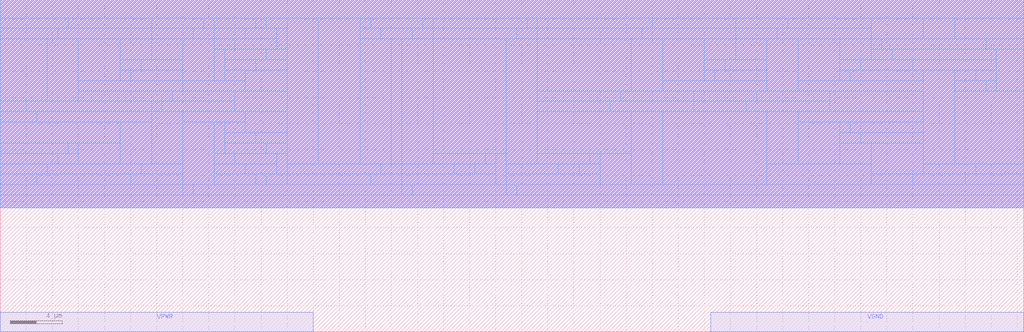
<source format=lef>
VERSION 5.7 ;
  NOWIREEXTENSIONATPIN ON ;
  DIVIDERCHAR "/" ;
  BUSBITCHARS "[]" ;
MACRO skullfet_logo
  CLASS BLOCK ;
  FOREIGN skullfet_logo ;
  ORIGIN 0.000 0.000 ;
  SIZE 78.500 BY 25.500 ;
  PIN VPWR
    DIRECTION INPUT ;
    USE POWER ;
    PORT
      LAYER met3 ;
        RECT 0.000 0.000 24.000 1.500 ;
    END
  END VPWR
  PIN VGND
    DIRECTION INPUT ;
    USE GROUND ;
    PORT
      LAYER met3 ;
        RECT 54.500 0.000 78.500 1.500 ;
    END
  END VGND
  OBS
      LAYER met1 ;
        RECT 0.000 9.500 78.500 25.500 ;
      LAYER met2 ;
        RECT 0.000 9.500 78.500 25.500 ;
      LAYER met3 ;
        RECT 0.000 9.500 78.500 25.500 ;
      LAYER met4 ;
        RECT 0.000 24.100 78.500 25.500 ;
        RECT 0.000 23.300 5.200 24.100 ;
      LAYER met4 ;
        RECT 5.200 23.300 11.600 24.100 ;
      LAYER met4 ;
        RECT 11.600 23.300 15.600 24.100 ;
      LAYER met4 ;
        RECT 15.600 23.300 16.400 24.100 ;
      LAYER met4 ;
        RECT 16.400 23.300 19.600 24.100 ;
      LAYER met4 ;
        RECT 19.600 23.300 20.400 24.100 ;
      LAYER met4 ;
        RECT 20.400 23.300 22.000 24.100 ;
        RECT 0.000 22.500 4.400 23.300 ;
      LAYER met4 ;
        RECT 4.400 22.500 11.600 23.300 ;
      LAYER met4 ;
        RECT 11.600 22.500 14.800 23.300 ;
      LAYER met4 ;
        RECT 14.800 22.500 16.400 23.300 ;
      LAYER met4 ;
        RECT 16.400 22.500 18.800 23.300 ;
      LAYER met4 ;
        RECT 18.800 22.500 21.200 23.300 ;
      LAYER met4 ;
        RECT 0.000 17.700 3.600 22.500 ;
      LAYER met4 ;
        RECT 3.600 17.700 6.000 22.500 ;
      LAYER met4 ;
        RECT 6.000 19.300 9.200 22.500 ;
      LAYER met4 ;
        RECT 9.200 20.900 11.600 22.500 ;
      LAYER met4 ;
        RECT 11.600 20.900 14.000 22.500 ;
      LAYER met4 ;
        RECT 9.200 20.100 10.800 20.900 ;
      LAYER met4 ;
        RECT 10.800 20.100 14.000 20.900 ;
      LAYER met4 ;
        RECT 9.200 19.300 10.000 20.100 ;
      LAYER met4 ;
        RECT 10.000 19.300 14.000 20.100 ;
      LAYER met4 ;
        RECT 14.000 19.300 16.400 22.500 ;
      LAYER met4 ;
        RECT 16.400 21.700 18.000 22.500 ;
      LAYER met4 ;
        RECT 18.000 21.700 21.200 22.500 ;
      LAYER met4 ;
        RECT 21.200 21.700 22.000 23.300 ;
        RECT 16.400 19.300 17.200 21.700 ;
      LAYER met4 ;
        RECT 17.200 20.900 20.400 21.700 ;
      LAYER met4 ;
        RECT 20.400 20.900 22.000 21.700 ;
      LAYER met4 ;
        RECT 17.200 20.100 19.600 20.900 ;
      LAYER met4 ;
        RECT 19.600 20.100 22.000 20.900 ;
      LAYER met4 ;
        RECT 17.200 19.300 18.800 20.100 ;
      LAYER met4 ;
        RECT 6.000 18.500 14.000 19.300 ;
      LAYER met4 ;
        RECT 14.000 18.500 18.800 19.300 ;
      LAYER met4 ;
        RECT 18.800 18.500 22.000 20.100 ;
        RECT 6.000 17.700 13.200 18.500 ;
      LAYER met4 ;
        RECT 13.200 17.700 18.000 18.500 ;
      LAYER met4 ;
        RECT 0.000 16.900 2.000 17.700 ;
      LAYER met4 ;
        RECT 2.000 16.900 11.600 17.700 ;
      LAYER met4 ;
        RECT 11.600 16.900 12.400 17.700 ;
      LAYER met4 ;
        RECT 12.400 16.900 18.000 17.700 ;
      LAYER met4 ;
        RECT 18.000 16.900 22.000 18.500 ;
        RECT 0.000 16.100 2.800 16.900 ;
      LAYER met4 ;
        RECT 2.800 16.100 11.600 16.900 ;
      LAYER met4 ;
        RECT 0.000 14.500 9.200 16.100 ;
        RECT 0.000 13.700 5.200 14.500 ;
      LAYER met4 ;
        RECT 5.200 13.700 6.000 14.500 ;
      LAYER met4 ;
        RECT 0.000 12.900 4.400 13.700 ;
      LAYER met4 ;
        RECT 4.400 12.900 6.000 13.700 ;
      LAYER met4 ;
        RECT 6.000 12.900 9.200 14.500 ;
      LAYER met4 ;
        RECT 9.200 12.900 11.600 16.100 ;
      LAYER met4 ;
        RECT 11.600 12.900 14.000 16.900 ;
      LAYER met4 ;
        RECT 14.000 16.100 18.800 16.900 ;
      LAYER met4 ;
        RECT 0.000 12.100 3.600 12.900 ;
      LAYER met4 ;
        RECT 3.600 12.100 10.800 12.900 ;
      LAYER met4 ;
        RECT 10.800 12.100 14.000 12.900 ;
        RECT 0.000 11.300 2.800 12.100 ;
      LAYER met4 ;
        RECT 2.800 11.300 10.000 12.100 ;
      LAYER met4 ;
        RECT 10.000 11.300 14.000 12.100 ;
      LAYER met4 ;
        RECT 14.000 11.300 16.400 16.100 ;
      LAYER met4 ;
        RECT 16.400 13.700 17.200 16.100 ;
      LAYER met4 ;
        RECT 17.200 15.300 18.800 16.100 ;
      LAYER met4 ;
        RECT 18.800 15.300 22.000 16.900 ;
      LAYER met4 ;
        RECT 17.200 14.500 19.600 15.300 ;
      LAYER met4 ;
        RECT 19.600 14.500 22.000 15.300 ;
      LAYER met4 ;
        RECT 17.200 13.700 20.400 14.500 ;
      LAYER met4 ;
        RECT 20.400 13.700 22.000 14.500 ;
        RECT 16.400 12.900 18.000 13.700 ;
      LAYER met4 ;
        RECT 18.000 12.900 21.200 13.700 ;
      LAYER met4 ;
        RECT 16.400 12.100 18.800 12.900 ;
      LAYER met4 ;
        RECT 18.800 12.100 21.200 12.900 ;
      LAYER met4 ;
        RECT 21.200 12.100 22.000 13.700 ;
      LAYER met4 ;
        RECT 22.000 12.900 24.400 24.100 ;
      LAYER met4 ;
        RECT 24.400 12.900 27.600 24.100 ;
      LAYER met4 ;
        RECT 27.600 23.300 28.400 24.100 ;
      LAYER met4 ;
        RECT 28.400 23.300 32.400 24.100 ;
      LAYER met4 ;
        RECT 32.400 23.300 33.200 24.100 ;
      LAYER met4 ;
        RECT 33.200 23.300 40.400 24.100 ;
      LAYER met4 ;
        RECT 40.400 23.300 41.200 24.100 ;
      LAYER met4 ;
        RECT 41.200 23.300 50.000 24.100 ;
      LAYER met4 ;
        RECT 50.000 23.300 56.400 24.100 ;
      LAYER met4 ;
        RECT 56.400 23.300 60.400 24.100 ;
      LAYER met4 ;
        RECT 60.400 23.300 66.800 24.100 ;
        RECT 27.600 22.500 29.200 23.300 ;
      LAYER met4 ;
        RECT 29.200 22.500 31.600 23.300 ;
      LAYER met4 ;
        RECT 31.600 22.500 33.200 23.300 ;
      LAYER met4 ;
        RECT 33.200 22.500 39.600 23.300 ;
      LAYER met4 ;
        RECT 39.600 22.500 41.200 23.300 ;
      LAYER met4 ;
        RECT 41.200 22.500 49.200 23.300 ;
      LAYER met4 ;
        RECT 49.200 22.500 56.400 23.300 ;
      LAYER met4 ;
        RECT 56.400 22.500 59.600 23.300 ;
      LAYER met4 ;
        RECT 59.600 22.500 66.800 23.300 ;
      LAYER met4 ;
        RECT 66.800 22.500 70.800 24.100 ;
      LAYER met4 ;
        RECT 70.800 22.500 73.200 24.100 ;
      LAYER met4 ;
        RECT 73.200 22.500 78.500 24.100 ;
      LAYER met4 ;
        RECT 27.600 12.900 30.000 22.500 ;
      LAYER met4 ;
        RECT 30.000 12.900 30.800 22.500 ;
      LAYER met4 ;
        RECT 30.800 12.900 33.200 22.500 ;
      LAYER met4 ;
        RECT 33.200 13.700 38.800 22.500 ;
        RECT 33.200 12.900 37.200 13.700 ;
      LAYER met4 ;
        RECT 37.200 12.900 38.000 13.700 ;
        RECT 22.000 12.100 29.200 12.900 ;
      LAYER met4 ;
        RECT 29.200 12.100 30.800 12.900 ;
      LAYER met4 ;
        RECT 30.800 12.100 34.800 12.900 ;
      LAYER met4 ;
        RECT 34.800 12.100 36.400 12.900 ;
      LAYER met4 ;
        RECT 36.400 12.100 38.000 12.900 ;
      LAYER met4 ;
        RECT 16.400 11.300 19.600 12.100 ;
      LAYER met4 ;
        RECT 19.600 11.300 20.400 12.100 ;
      LAYER met4 ;
        RECT 20.400 11.300 22.000 12.100 ;
      LAYER met4 ;
        RECT 22.000 11.300 28.400 12.100 ;
      LAYER met4 ;
        RECT 28.400 11.300 30.800 12.100 ;
      LAYER met4 ;
        RECT 30.800 11.300 38.000 12.100 ;
      LAYER met4 ;
        RECT 38.000 11.300 38.800 13.700 ;
      LAYER met4 ;
        RECT 38.800 12.900 41.200 22.500 ;
      LAYER met4 ;
        RECT 41.200 18.500 48.400 22.500 ;
      LAYER met4 ;
        RECT 48.400 18.500 50.800 22.500 ;
      LAYER met4 ;
        RECT 50.800 19.300 54.000 22.500 ;
      LAYER met4 ;
        RECT 54.000 20.900 56.400 22.500 ;
      LAYER met4 ;
        RECT 56.400 20.900 58.800 22.500 ;
      LAYER met4 ;
        RECT 54.000 20.100 55.600 20.900 ;
      LAYER met4 ;
        RECT 55.600 20.100 58.800 20.900 ;
      LAYER met4 ;
        RECT 54.000 19.300 54.800 20.100 ;
      LAYER met4 ;
        RECT 54.800 19.300 58.800 20.100 ;
        RECT 50.800 18.500 58.800 19.300 ;
      LAYER met4 ;
        RECT 58.800 18.500 61.200 22.500 ;
      LAYER met4 ;
        RECT 61.200 19.300 64.400 22.500 ;
      LAYER met4 ;
        RECT 64.400 20.900 66.800 22.500 ;
      LAYER met4 ;
        RECT 66.800 21.700 67.600 22.500 ;
      LAYER met4 ;
        RECT 67.600 21.700 75.600 22.500 ;
      LAYER met4 ;
        RECT 75.600 21.700 78.500 22.500 ;
        RECT 66.800 20.900 68.400 21.700 ;
      LAYER met4 ;
        RECT 68.400 20.900 76.400 21.700 ;
        RECT 64.400 20.100 66.000 20.900 ;
      LAYER met4 ;
        RECT 66.000 20.100 70.000 20.900 ;
      LAYER met4 ;
        RECT 70.000 20.100 76.400 20.900 ;
        RECT 64.400 19.300 65.200 20.100 ;
      LAYER met4 ;
        RECT 65.200 19.300 70.800 20.100 ;
        RECT 61.200 18.500 70.800 19.300 ;
        RECT 41.200 17.700 47.600 18.500 ;
      LAYER met4 ;
        RECT 47.600 17.700 53.200 18.500 ;
      LAYER met4 ;
        RECT 53.200 17.700 58.000 18.500 ;
      LAYER met4 ;
        RECT 58.000 17.700 63.600 18.500 ;
      LAYER met4 ;
        RECT 41.200 16.900 46.800 17.700 ;
      LAYER met4 ;
        RECT 46.800 16.900 53.200 17.700 ;
      LAYER met4 ;
        RECT 53.200 16.900 57.200 17.700 ;
      LAYER met4 ;
        RECT 57.200 16.900 63.600 17.700 ;
      LAYER met4 ;
        RECT 63.600 16.900 70.800 18.500 ;
        RECT 41.200 13.700 48.400 16.900 ;
        RECT 41.200 12.900 45.200 13.700 ;
      LAYER met4 ;
        RECT 45.200 12.900 46.000 13.700 ;
        RECT 38.800 12.100 42.800 12.900 ;
      LAYER met4 ;
        RECT 42.800 12.100 44.400 12.900 ;
      LAYER met4 ;
        RECT 44.400 12.100 46.000 12.900 ;
        RECT 38.800 11.300 46.000 12.100 ;
      LAYER met4 ;
        RECT 46.000 11.300 48.400 13.700 ;
      LAYER met4 ;
        RECT 48.400 11.300 50.800 16.900 ;
      LAYER met4 ;
        RECT 50.800 11.300 58.800 16.900 ;
      LAYER met4 ;
        RECT 58.800 12.900 61.200 16.900 ;
      LAYER met4 ;
        RECT 61.200 16.100 70.800 16.900 ;
        RECT 61.200 12.900 64.400 16.100 ;
      LAYER met4 ;
        RECT 64.400 15.300 65.200 16.100 ;
      LAYER met4 ;
        RECT 65.200 15.300 70.800 16.100 ;
      LAYER met4 ;
        RECT 64.400 14.500 66.000 15.300 ;
      LAYER met4 ;
        RECT 66.000 14.500 70.800 15.300 ;
      LAYER met4 ;
        RECT 64.400 12.900 66.800 14.500 ;
        RECT 58.800 11.300 66.800 12.900 ;
      LAYER met4 ;
        RECT 66.800 12.100 70.800 14.500 ;
      LAYER met4 ;
        RECT 70.800 12.900 73.200 20.100 ;
      LAYER met4 ;
        RECT 73.200 19.300 74.800 20.100 ;
      LAYER met4 ;
        RECT 74.800 19.300 76.400 20.100 ;
      LAYER met4 ;
        RECT 73.200 18.500 75.600 19.300 ;
      LAYER met4 ;
        RECT 75.600 18.500 76.400 19.300 ;
      LAYER met4 ;
        RECT 76.400 18.500 78.500 21.700 ;
        RECT 73.200 12.900 78.500 18.500 ;
      LAYER met4 ;
        RECT 70.800 12.100 74.800 12.900 ;
      LAYER met4 ;
        RECT 74.800 12.100 78.500 12.900 ;
        RECT 66.800 11.300 70.000 12.100 ;
      LAYER met4 ;
        RECT 70.000 11.300 74.000 12.100 ;
      LAYER met4 ;
        RECT 74.000 11.300 78.500 12.100 ;
        RECT 0.000 10.500 14.000 11.300 ;
      LAYER met4 ;
        RECT 14.000 10.500 14.800 11.300 ;
      LAYER met4 ;
        RECT 14.800 10.500 30.800 11.300 ;
      LAYER met4 ;
        RECT 30.800 10.500 31.600 11.300 ;
      LAYER met4 ;
        RECT 31.600 10.500 38.800 11.300 ;
      LAYER met4 ;
        RECT 38.800 10.500 39.600 11.300 ;
      LAYER met4 ;
        RECT 39.600 10.500 78.500 11.300 ;
        RECT 0.000 9.500 78.500 10.500 ;
  END
END skullfet_logo
END LIBRARY


</source>
